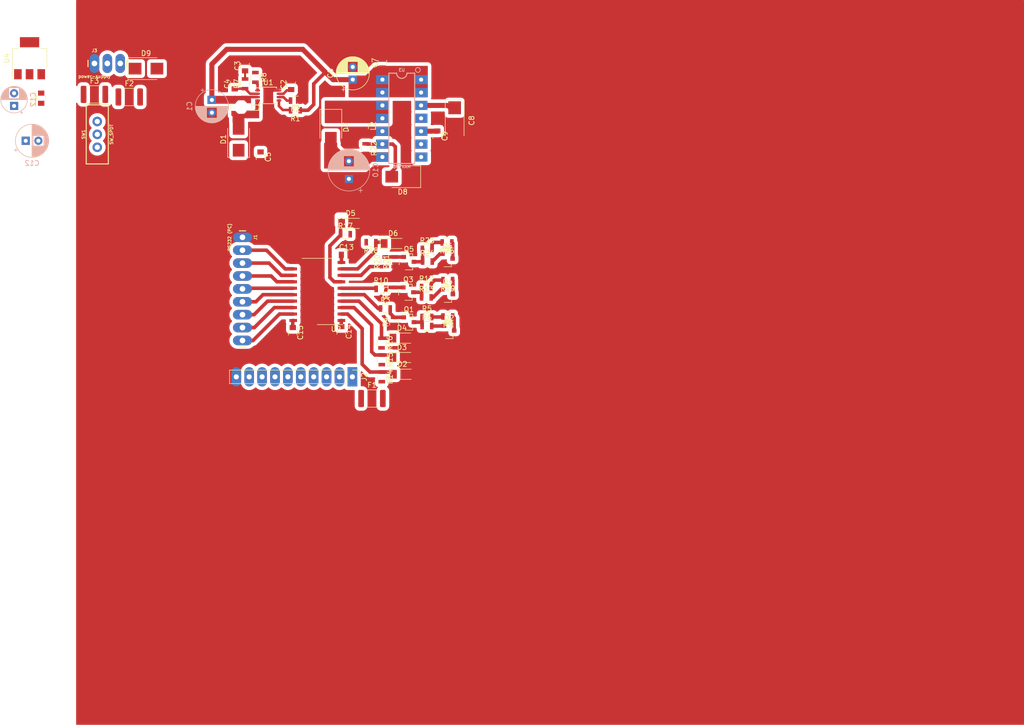
<source format=kicad_pcb>
(kicad_pcb (version 20171130) (host pcbnew "(5.1.5)-3")
  (layers (0 F.Cu signal) (31 B.Cu signal) (34 B.Paste user hide) (35 F.Paste user) (36 B.SilkS user) (37 F.SilkS user) (38 B.Mask user hide) (39 F.Mask user hide) (44 Edge.Cuts user))
  (net 0 "")
  (net 1 +5V)
  (net 2 GND)
  (net 3 "Net-(C2-Pad1)")
  (net 4 "Net-(C3-Pad1)")
  (net 5 "Net-(C4-Pad1)")
  (net 6 +12V)
  (net 7 "Net-(C8-Pad1)")
  (net 8 "Net-(C9-Pad1)")
  (net 9 +3V3)
  (net 10 -12V)
  (net 11 "Net-(D1-Pad2)")
  (net 12 "Net-(D2-Pad1)")
  (net 13 "Net-(D3-Pad1)")
  (net 14 "Net-(D4-Pad1)")
  (net 15 "Net-(D5-Pad1)")
  (net 16 "Net-(D6-Pad1)")
  (net 17 "Net-(D7-Pad1)")
  (net 18 "Net-(D8-Pad2)")
  (net 19 "Net-(D9-Pad2)")
  (net 20 VCC)
  (net 21 "Net-(F1-Pad1)")
  (net 22 "Net-(F2-Pad2)")
  (net 23 "Net-(F3-Pad2)")
  (net 24 /DCD)
  (net 25 /RX)
  (net 26 /DSR)
  (net 27 /CTS)
  (net 28 /RI)
  (net 29 /TX)
  (net 30 /DTR)
  (net 31 /RTS)
  (net 32 /RTS_UC)
  (net 33 /TX_UC)
  (net 34 /RI_UC)
  (net 35 /DTR_UC)
  (net 36 /DSR_UC)
  (net 37 /DCD_UC)
  (net 38 /CTS_UC)
  (net 39 /RX_UC)
  (net 40 "Net-(Q1-Pad1)")
  (net 41 "Net-(Q1-Pad3)")
  (net 42 "Net-(Q2-Pad1)")
  (net 43 "Net-(Q3-Pad1)")
  (net 44 "Net-(Q3-Pad3)")
  (net 45 "Net-(Q4-Pad1)")
  (net 46 "Net-(Q5-Pad1)")
  (net 47 "Net-(Q5-Pad3)")
  (net 48 "Net-(Q6-Pad1)")
  (net 49 "Net-(R1-Pad2)")
  (net 50 "Net-(R2-Pad2)")
  (net 51 /TX_L)
  (net 52 "Net-(R8-Pad2)")
  (net 53 /DTR_L)
  (net 54 /RTS_L)
  (net 55 "Net-(U3-Pad7)")
  (module Capacitor_THT:CP_Radial_D6.3mm_P2.50mm (layer B.Cu) (at 67.0306 55.9181)
    (fp_text reference C12 (at 1.25 4.4) (layer B.SilkS) (effects (justify mirror)))
    (fp_text value 100u/6V3)
    (pad 2 thru_hole circle (at 2.5 0) (size 1.6 1.6) (drill 0.8) (layers *.Cu *.Mask) (net 2 GND))
    (pad 1 thru_hole rect (at 0 0) (size 1.6 1.6) (drill 0.8) (layers *.Cu *.Mask) (net 9 +3V3))
  )
  (module Capacitor_THT:CP_Radial_D8.0mm_P3.50mm (layer B.Cu) (at 130.683 63.4365 90)
    (fp_text reference C10 (at 1.75 5.25 90) (layer B.SilkS) (effects (justify mirror)))
    (fp_text value 270u/16V)
    (pad 2 thru_hole circle (at 3.5 0 90) (size 1.6 1.6) (drill 0.8) (layers *.Cu *.Mask) (net 10 -12V))
    (pad 1 thru_hole rect (at 0 0 90) (size 1.6 1.6) (drill 0.8) (layers *.Cu *.Mask) (net 2 GND))
  )
  (module Capacitors_SMD:C_0805 (layer F.Cu) (at 137.287 40.5765 90)
    (fp_text reference C7 (at 0 -1.5 -90) (layer F.SilkS))
    (fp_text value 100n)
    (pad 1 smd rect (at -1 0 90) (size 1 1.25) (layers F.Cu F.Paste F.Mask) (net 1 +5V))
    (pad 2 smd rect (at 1 0 90) (size 1 1.25) (layers F.Cu F.Paste F.Mask) (net 2 GND))
  )
  (module Capacitor_THT:CP_Radial_D6.3mm_P2.50mm (layer F.Cu) (at 131.445 43.8785 90)
    (fp_text reference C6 (at 1.25 -4.4 90) (layer F.SilkS))
    (fp_text value 100u/6V3)
    (pad 2 thru_hole circle (at 2.5 0 90) (size 1.6 1.6) (drill 0.8) (layers *.Cu *.Mask) (net 2 GND))
    (pad 1 thru_hole rect (at 0 0 90) (size 1.6 1.6) (drill 0.8) (layers *.Cu *.Mask) (net 1 +5V))
  )
  (module Capacitor_THT:CP_Radial_D6.3mm_P2.50mm (layer B.Cu) (at 103.6955 47.879 270)
    (fp_text reference C1 (at 1.25 4.4 270) (layer B.SilkS) (effects (justify mirror)))
    (fp_text value 100u/6V3)
    (pad 2 thru_hole circle (at 2.5 0 270) (size 1.6 1.6) (drill 0.8) (layers *.Cu *.Mask) (net 2 GND))
    (pad 1 thru_hole rect (at 0 0 270) (size 1.6 1.6) (drill 0.8) (layers *.Cu *.Mask) (net 1 +5V))
  )
  (module TO_SOT_Packages_SMD:SOT-223 (layer F.Cu) (at 67.7926 39.6621 90)
    (fp_text reference U4 (at 0 -4.5 90) (layer F.SilkS))
    (fp_text value AP1117-33)
    (pad 4 smd rect (at 3.15 0 90) (size 2 3.8) (layers F.Cu F.Paste F.Mask))
    (pad 2 smd rect (at -3.15 0 90) (size 2 1.5) (layers F.Cu F.Paste F.Mask) (net 9 +3V3))
    (pad 3 smd rect (at -3.15 2.3 90) (size 2 1.5) (layers F.Cu F.Paste F.Mask) (net 1 +5V))
    (pad 1 smd rect (at -3.15 -2.3 90) (size 2 1.5) (layers F.Cu F.Paste F.Mask) (net 2 GND))
  )
  (module Silicon-Standard:DIP14 (layer B.Cu) (at 141.097 51.4985 270)
    (fp_text reference U3 (at -9.525 0) (layer B.SilkS) (effects (font (size 0.6096 0.6096) (thickness 0.127)) (justify mirror)))
    (fp_text value MAX736 (at 9.525 0) (layer B.SilkS) (effects (font (size 0.6096 0.6096) (thickness 0.127)) (justify mirror)))
    (pad 14 thru_hole rect (at -7.62 3.81 270) (size 1.8 2.5) (drill 0.8128) (layers *.Cu *.Mask) (net 1 +5V))
    (pad 13 thru_hole rect (at -5.08 3.81 270) (size 1.8 2.5) (drill 0.8128) (layers *.Cu *.Mask) (net 1 +5V))
    (pad 12 thru_hole rect (at -2.54 3.81 270) (size 1.8 2.5) (drill 0.8128) (layers *.Cu *.Mask) (net 17 "Net-(D7-Pad1)"))
    (pad 11 thru_hole rect (at 0 3.81 270) (size 1.8 2.5) (drill 0.8128) (layers *.Cu *.Mask) (net 17 "Net-(D7-Pad1)"))
    (pad 10 thru_hole rect (at 2.54 3.81 270) (size 1.8 2.5) (drill 0.8128) (layers *.Cu *.Mask) (net 2 GND))
    (pad 9 thru_hole rect (at 5.08 3.81 270) (size 1.8 2.5) (drill 0.8128) (layers *.Cu *.Mask) (net 18 "Net-(D8-Pad2)"))
    (pad 8 thru_hole rect (at 7.62 3.81 270) (size 1.8 2.5) (drill 0.8128) (layers *.Cu *.Mask) (net 10 -12V))
    (pad 7 thru_hole rect (at 7.62 -3.81 270) (size 1.8 2.5) (drill 0.8128) (layers *.Cu *.Mask) (net 55 "Net-(U3-Pad7)"))
    (pad 6 thru_hole rect (at 5.08 -3.81 270) (size 1.8 2.5) (drill 0.8128) (layers *.Cu *.Mask))
    (pad 5 thru_hole rect (at 2.54 -3.81 270) (size 1.8 2.5) (drill 0.8128) (layers *.Cu *.Mask) (net 8 "Net-(C9-Pad1)"))
    (pad 4 thru_hole rect (at 0 -3.81 270) (size 1.8 2.5) (drill 0.8128) (layers *.Cu *.Mask))
    (pad 3 thru_hole rect (at -2.54 -3.81 270) (size 1.8 2.5) (drill 0.8128) (layers *.Cu *.Mask) (net 7 "Net-(C8-Pad1)"))
    (pad 2 thru_hole rect (at -5.08 -3.81 270) (size 1.8 2.5) (drill 0.8128) (layers *.Cu *.Mask) (net 1 +5V))
    (pad 1 thru_hole rect (at -7.62 -3.81 270) (size 1.8 2.5) (drill 0.8128) (layers *.Cu *.Mask) (net 1 +5V))
  )
  (module Housings_SOIC:SO-20_12.8x7.5mm_Pitch1.27mm (layer F.Cu) (at 124.46 85.598 180)
    (fp_text reference U2 (at -3.69 -7.42) (layer F.SilkS))
    (fp_text value ST75185)
    (pad 6 smd rect (at -4.75 0.635 180) (size 1.5 0.6) (layers F.Cu F.Paste F.Mask) (net 53 /DTR_L))
    (pad 5 smd rect (at -4.75 -0.635 180) (size 1.5 0.6) (layers F.Cu F.Paste F.Mask) (net 51 /TX_L))
    (pad 4 smd rect (at -4.75 -1.905 180) (size 1.5 0.6) (layers F.Cu F.Paste F.Mask) (net 14 "Net-(D4-Pad1)"))
    (pad 3 smd rect (at -4.75 -3.175 180) (size 1.5 0.6) (layers F.Cu F.Paste F.Mask) (net 13 "Net-(D3-Pad1)"))
    (pad 2 smd rect (at -4.75 -4.445 180) (size 1.5 0.6) (layers F.Cu F.Paste F.Mask) (net 12 "Net-(D2-Pad1)"))
    (pad 1 smd rect (at -4.75 -5.715 180) (size 1.5 0.6) (layers F.Cu F.Paste F.Mask) (net 6 +12V))
    (pad 7 smd rect (at -4.75 1.905 180) (size 1.5 0.6) (layers F.Cu F.Paste F.Mask) (net 15 "Net-(D5-Pad1)"))
    (pad 8 smd rect (at -4.75 3.175 180) (size 1.5 0.6) (layers F.Cu F.Paste F.Mask) (net 54 /RTS_L))
    (pad 9 smd rect (at -4.75 4.445 180) (size 1.5 0.6) (layers F.Cu F.Paste F.Mask) (net 16 "Net-(D6-Pad1)"))
    (pad 10 smd rect (at -4.75 5.715 180) (size 1.5 0.6) (layers F.Cu F.Paste F.Mask) (net 10 -12V))
    (pad 11 smd rect (at 4.75 5.715 180) (size 1.5 0.6) (layers F.Cu F.Paste F.Mask) (net 2 GND))
    (pad 12 smd rect (at 4.75 4.445 180) (size 1.5 0.6) (layers F.Cu F.Paste F.Mask) (net 28 /RI))
    (pad 13 smd rect (at 4.75 3.175 180) (size 1.5 0.6) (layers F.Cu F.Paste F.Mask) (net 31 /RTS))
    (pad 14 smd rect (at 4.75 1.905 180) (size 1.5 0.6) (layers F.Cu F.Paste F.Mask) (net 27 /CTS))
    (pad 15 smd rect (at 4.75 0.635 180) (size 1.5 0.6) (layers F.Cu F.Paste F.Mask) (net 30 /DTR))
    (pad 16 smd rect (at 4.75 -0.635 180) (size 1.5 0.6) (layers F.Cu F.Paste F.Mask) (net 29 /TX))
    (pad 17 smd rect (at 4.75 -1.905 180) (size 1.5 0.6) (layers F.Cu F.Paste F.Mask) (net 26 /DSR))
    (pad 18 smd rect (at 4.75 -3.175 180) (size 1.5 0.6) (layers F.Cu F.Paste F.Mask) (net 25 /RX))
    (pad 19 smd rect (at 4.75 -4.445 180) (size 1.5 0.6) (layers F.Cu F.Paste F.Mask) (net 24 /DCD))
    (pad 20 smd rect (at 4.75 -5.715 180) (size 1.5 0.6) (layers F.Cu F.Paste F.Mask) (net 1 +5V))
  )
  (module Housings_SSOP:MSOP-8-1EP_3x3mm_Pitch0.65mm (layer F.Cu) (at 114.808 46.99)
    (fp_text reference U1 (at 0 -2.55) (layer F.SilkS))
    (fp_text value LT8570)
    (pad 1 smd rect (at -2.105 -0.975) (size 0.89 0.42) (layers F.Cu F.Paste F.Mask) (net 52 "Net-(R8-Pad2)"))
    (pad 2 smd rect (at -2.105 -0.325) (size 0.89 0.42) (layers F.Cu F.Paste F.Mask) (net 5 "Net-(C4-Pad1)"))
    (pad 3 smd rect (at -2.105 0.325) (size 0.89 0.42) (layers F.Cu F.Paste F.Mask) (net 1 +5V))
    (pad 4 smd rect (at -2.105 0.975) (size 0.89 0.42) (layers F.Cu F.Paste F.Mask) (net 11 "Net-(D1-Pad2)"))
    (pad 5 smd rect (at 2.105 0.975) (size 0.89 0.42) (layers F.Cu F.Paste F.Mask) (net 49 "Net-(R1-Pad2)"))
    (pad 6 smd rect (at 2.105 0.325) (size 0.89 0.42) (layers F.Cu F.Paste F.Mask) (net 50 "Net-(R2-Pad2)"))
    (pad 7 smd rect (at 2.105 -0.325) (size 0.89 0.42) (layers F.Cu F.Paste F.Mask) (net 3 "Net-(C2-Pad1)"))
    (pad 8 smd rect (at 2.105 -0.975) (size 0.89 0.42) (layers F.Cu F.Paste F.Mask) (net 2 GND))
    (pad 9 smd rect (at 0.42 0.47) (size 0.84 0.94) (layers F.Cu F.Paste F.Mask) (net 2 GND))
    (pad 9 smd rect (at 0.42 -0.47) (size 0.84 0.94) (layers F.Cu F.Paste F.Mask) (net 2 GND))
    (pad 9 smd rect (at -0.42 0.47) (size 0.84 0.94) (layers F.Cu F.Paste F.Mask) (net 2 GND))
    (pad 9 smd rect (at -0.42 -0.47) (size 0.84 0.94) (layers F.Cu F.Paste F.Mask) (net 2 GND))
  )
  (module Switches:SWITCH_SPDT_PTH_11.6X4.0MM (layer F.Cu) (at 81.1276 54.6608)
    (fp_text reference SW1 (at -2.7178 0 90) (layer F.SilkS) (effects (font (size 0.6096 0.6096) (thickness 0.127))))
    (fp_text value SW_SPDT (at 2.794 0 90) (layer F.SilkS) (effects (font (size 0.6096 0.6096) (thickness 0.127))))
    (pad 3 thru_hole circle (at 0 2.54) (size 1.8796 1.8796) (drill 1.016) (layers *.Cu *.Mask) (net 1 +5V))
    (pad 2 thru_hole circle (at 0 0) (size 1.8796 1.8796) (drill 1.016) (layers *.Cu *.Mask) (net 20 VCC))
    (pad 1 thru_hole circle (at 0 -2.54) (size 1.8796 1.8796) (drill 1.016) (layers *.Cu *.Mask) (net 9 +3V3))
  )
  (module Resistors_SMD:R_0805 (layer F.Cu) (at 150.0124 75.946 180)
    (fp_text reference R25 (at 0 -1.65) (layer F.SilkS))
    (fp_text value 510R)
    (pad 1 smd rect (at -0.95 0 180) (size 0.7 1.3) (layers F.Cu F.Paste F.Mask) (net 32 /RTS_UC))
    (pad 2 smd rect (at 0.95 0 180) (size 0.7 1.3) (layers F.Cu F.Paste F.Mask) (net 20 VCC))
  )
  (module Resistors_SMD:R_0805 (layer F.Cu) (at 146.1516 79.7052)
    (fp_text reference R24 (at 0 -1.65) (layer F.SilkS))
    (fp_text value 2k2)
    (pad 1 smd rect (at -0.95 0) (size 0.7 1.3) (layers F.Cu F.Paste F.Mask) (net 47 "Net-(Q5-Pad3)"))
    (pad 2 smd rect (at 0.95 0) (size 0.7 1.3) (layers F.Cu F.Paste F.Mask) (net 48 "Net-(Q6-Pad1)"))
  )
  (module Resistors_SMD:R_0805 (layer F.Cu) (at 146.1008 77.216)
    (fp_text reference R23 (at 0 -1.65) (layer F.SilkS))
    (fp_text value 10k)
    (pad 1 smd rect (at -0.95 0) (size 0.7 1.3) (layers F.Cu F.Paste F.Mask) (net 47 "Net-(Q5-Pad3)"))
    (pad 2 smd rect (at 0.95 0) (size 0.7 1.3) (layers F.Cu F.Paste F.Mask) (net 20 VCC))
  )
  (module Resistors_SMD:R_0805 (layer F.Cu) (at 133.985 57.4675 270)
    (fp_text reference R22 (at 0 -1.65 90) (layer F.SilkS))
    (fp_text value 10k)
    (pad 1 smd rect (at -0.95 0 270) (size 0.7 1.3) (layers F.Cu F.Paste F.Mask) (net 18 "Net-(D8-Pad2)"))
    (pad 2 smd rect (at 0.95 0 270) (size 0.7 1.3) (layers F.Cu F.Paste F.Mask) (net 10 -12V))
  )
  (module Resistors_SMD:R_0805 (layer F.Cu) (at 139.7 79.756 90)
    (fp_text reference R21 (at 0 -1.65 90) (layer F.SilkS))
    (fp_text value 10k)
    (pad 1 smd rect (at -0.95 0 90) (size 0.7 1.3) (layers F.Cu F.Paste F.Mask) (net 2 GND))
    (pad 2 smd rect (at 0.95 0 90) (size 0.7 1.3) (layers F.Cu F.Paste F.Mask) (net 46 "Net-(Q5-Pad1)"))
  )
  (module Resistors_SMD:R_0805 (layer F.Cu) (at 137.922 79.756 90)
    (fp_text reference R20 (at 0 -1.65 90) (layer F.SilkS))
    (fp_text value 4k7)
    (pad 1 smd rect (at -0.95 0 90) (size 0.7 1.3) (layers F.Cu F.Paste F.Mask) (net 54 /RTS_L))
    (pad 2 smd rect (at 0.95 0 90) (size 0.7 1.3) (layers F.Cu F.Paste F.Mask) (net 46 "Net-(Q5-Pad1)"))
  )
  (module Resistors_SMD:R_0805 (layer F.Cu) (at 150.1648 83.3628 180)
    (fp_text reference R19 (at 0 -1.65) (layer F.SilkS))
    (fp_text value 510R)
    (pad 1 smd rect (at -0.95 0 180) (size 0.7 1.3) (layers F.Cu F.Paste F.Mask) (net 35 /DTR_UC))
    (pad 2 smd rect (at 0.95 0 180) (size 0.7 1.3) (layers F.Cu F.Paste F.Mask) (net 20 VCC))
  )
  (module Resistors_SMD:R_0805 (layer F.Cu) (at 135.0416 75.8952 180)
    (fp_text reference R18 (at 0 -1.65) (layer F.SilkS))
    (fp_text value 330R)
    (pad 1 smd rect (at -0.95 0 180) (size 0.7 1.3) (layers F.Cu F.Paste F.Mask) (net 16 "Net-(D6-Pad1)"))
    (pad 2 smd rect (at 0.95 0 180) (size 0.7 1.3) (layers F.Cu F.Paste F.Mask) (net 34 /RI_UC))
  )
  (module Resistors_SMD:R_0805 (layer F.Cu) (at 129.9972 74.3204)
    (fp_text reference R17 (at 0 -1.65) (layer F.SilkS))
    (fp_text value 330R)
    (pad 1 smd rect (at -0.95 0) (size 0.7 1.3) (layers F.Cu F.Paste F.Mask) (net 15 "Net-(D5-Pad1)"))
    (pad 2 smd rect (at 0.95 0) (size 0.7 1.3) (layers F.Cu F.Paste F.Mask) (net 38 /CTS_UC))
  )
  (module Resistors_SMD:R_0805 (layer F.Cu) (at 137.1092 95.758 270)
    (fp_text reference R16 (at 0 -1.65 90) (layer F.SilkS))
    (fp_text value 330R)
    (pad 1 smd rect (at -0.95 0 270) (size 0.7 1.3) (layers F.Cu F.Paste F.Mask) (net 14 "Net-(D4-Pad1)"))
    (pad 2 smd rect (at 0.95 0 270) (size 0.7 1.3) (layers F.Cu F.Paste F.Mask) (net 36 /DSR_UC))
  )
  (module Resistors_SMD:R_0805 (layer F.Cu) (at 137.16 99.06 270)
    (fp_text reference R15 (at 0 -1.65 90) (layer F.SilkS))
    (fp_text value 330R)
    (pad 1 smd rect (at -0.95 0 270) (size 0.7 1.3) (layers F.Cu F.Paste F.Mask) (net 13 "Net-(D3-Pad1)"))
    (pad 2 smd rect (at 0.95 0 270) (size 0.7 1.3) (layers F.Cu F.Paste F.Mask) (net 39 /RX_UC))
  )
  (module Resistors_SMD:R_0805 (layer F.Cu) (at 137.16 102.4128 270)
    (fp_text reference R14 (at 0 -1.65 90) (layer F.SilkS))
    (fp_text value 330R)
    (pad 1 smd rect (at -0.95 0 270) (size 0.7 1.3) (layers F.Cu F.Paste F.Mask) (net 12 "Net-(D2-Pad1)"))
    (pad 2 smd rect (at 0.95 0 270) (size 0.7 1.3) (layers F.Cu F.Paste F.Mask) (net 37 /DCD_UC))
  )
  (module Resistors_SMD:R_0805 (layer F.Cu) (at 145.9484 86.7664)
    (fp_text reference R13 (at 0 -1.65) (layer F.SilkS))
    (fp_text value 2k2)
    (pad 1 smd rect (at -0.95 0) (size 0.7 1.3) (layers F.Cu F.Paste F.Mask) (net 44 "Net-(Q3-Pad3)"))
    (pad 2 smd rect (at 0.95 0) (size 0.7 1.3) (layers F.Cu F.Paste F.Mask) (net 45 "Net-(Q4-Pad1)"))
  )
  (module Resistors_SMD:R_0805 (layer F.Cu) (at 145.9484 84.7344)
    (fp_text reference R12 (at 0 -1.65) (layer F.SilkS))
    (fp_text value 10k)
    (pad 1 smd rect (at -0.95 0) (size 0.7 1.3) (layers F.Cu F.Paste F.Mask) (net 44 "Net-(Q3-Pad3)"))
    (pad 2 smd rect (at 0.95 0) (size 0.7 1.3) (layers F.Cu F.Paste F.Mask) (net 20 VCC))
  )
  (module Resistors_SMD:R_0805 (layer F.Cu) (at 139.5984 85.7504 90)
    (fp_text reference R11 (at 0 -1.65 90) (layer F.SilkS))
    (fp_text value 10k)
    (pad 1 smd rect (at -0.95 0 90) (size 0.7 1.3) (layers F.Cu F.Paste F.Mask) (net 2 GND))
    (pad 2 smd rect (at 0.95 0 90) (size 0.7 1.3) (layers F.Cu F.Paste F.Mask) (net 43 "Net-(Q3-Pad1)"))
  )
  (module Resistors_SMD:R_0805 (layer F.Cu) (at 137.0076 85.09)
    (fp_text reference R10 (at 0 -1.65) (layer F.SilkS))
    (fp_text value 4k7)
    (pad 1 smd rect (at -0.95 0) (size 0.7 1.3) (layers F.Cu F.Paste F.Mask) (net 53 /DTR_L))
    (pad 2 smd rect (at 0.95 0) (size 0.7 1.3) (layers F.Cu F.Paste F.Mask) (net 43 "Net-(Q3-Pad1)"))
  )
  (module Resistors_SMD:R_0805 (layer F.Cu) (at 150.1648 90.5256 180)
    (fp_text reference R9 (at 0 -1.65) (layer F.SilkS))
    (fp_text value 510R)
    (pad 1 smd rect (at -0.95 0 180) (size 0.7 1.3) (layers F.Cu F.Paste F.Mask) (net 33 /TX_UC))
    (pad 2 smd rect (at 0.95 0 180) (size 0.7 1.3) (layers F.Cu F.Paste F.Mask) (net 20 VCC))
  )
  (module Resistors_SMD:R_0805 (layer F.Cu) (at 112.268 43.434 270)
    (fp_text reference R8 (at 0 -1.65 90) (layer F.SilkS))
    (fp_text value 130k)
    (pad 1 smd rect (at -0.95 0 270) (size 0.7 1.3) (layers F.Cu F.Paste F.Mask) (net 6 +12V))
    (pad 2 smd rect (at 0.95 0 270) (size 0.7 1.3) (layers F.Cu F.Paste F.Mask) (net 52 "Net-(R8-Pad2)"))
  )
  (module Resistors_SMD:R_0805 (layer F.Cu) (at 110.236 44.704 90)
    (fp_text reference R7 (at 0 -1.65 90) (layer F.SilkS))
    (fp_text value 6.2k)
    (pad 1 smd rect (at -0.95 0 90) (size 0.7 1.3) (layers F.Cu F.Paste F.Mask) (net 5 "Net-(C4-Pad1)"))
    (pad 2 smd rect (at 0.95 0 90) (size 0.7 1.3) (layers F.Cu F.Paste F.Mask) (net 4 "Net-(C3-Pad1)"))
  )
  (module Resistors_SMD:R_0805 (layer F.Cu) (at 146.05 92.4052)
    (fp_text reference R6 (at 0 -1.65) (layer F.SilkS))
    (fp_text value 2k2)
    (pad 1 smd rect (at -0.95 0) (size 0.7 1.3) (layers F.Cu F.Paste F.Mask) (net 41 "Net-(Q1-Pad3)"))
    (pad 2 smd rect (at 0.95 0) (size 0.7 1.3) (layers F.Cu F.Paste F.Mask) (net 42 "Net-(Q2-Pad1)"))
  )
  (module Resistors_SMD:R_0805 (layer F.Cu) (at 146.05 90.6272)
    (fp_text reference R5 (at 0 -1.65) (layer F.SilkS))
    (fp_text value 10k)
    (pad 1 smd rect (at -0.95 0) (size 0.7 1.3) (layers F.Cu F.Paste F.Mask) (net 41 "Net-(Q1-Pad3)"))
    (pad 2 smd rect (at 0.95 0) (size 0.7 1.3) (layers F.Cu F.Paste F.Mask) (net 20 VCC))
  )
  (module Resistors_SMD:R_0805 (layer F.Cu) (at 139.5984 91.6432 90)
    (fp_text reference R4 (at 0 -1.65 90) (layer F.SilkS))
    (fp_text value 10k)
    (pad 1 smd rect (at -0.95 0 90) (size 0.7 1.3) (layers F.Cu F.Paste F.Mask) (net 2 GND))
    (pad 2 smd rect (at 0.95 0 90) (size 0.7 1.3) (layers F.Cu F.Paste F.Mask) (net 40 "Net-(Q1-Pad1)"))
  )
  (module Resistors_SMD:R_0805 (layer F.Cu) (at 137.8712 88.9508)
    (fp_text reference R3 (at 0 -1.65) (layer F.SilkS))
    (fp_text value 4k7)
    (pad 1 smd rect (at -0.95 0) (size 0.7 1.3) (layers F.Cu F.Paste F.Mask) (net 51 /TX_L))
    (pad 2 smd rect (at 0.95 0) (size 0.7 1.3) (layers F.Cu F.Paste F.Mask) (net 40 "Net-(Q1-Pad1)"))
  )
  (module Resistors_SMD:R_0805 (layer F.Cu) (at 120.142 48.006 180)
    (fp_text reference R2 (at 0 -1.65) (layer F.SilkS))
    (fp_text value 56k)
    (pad 1 smd rect (at -0.95 0 180) (size 0.7 1.3) (layers F.Cu F.Paste F.Mask) (net 2 GND))
    (pad 2 smd rect (at 0.95 0 180) (size 0.7 1.3) (layers F.Cu F.Paste F.Mask) (net 50 "Net-(R2-Pad2)"))
  )
  (module Resistors_SMD:R_0805 (layer F.Cu) (at 120.142 49.911 180)
    (fp_text reference R1 (at 0 -1.65) (layer F.SilkS))
    (fp_text value 10k)
    (pad 1 smd rect (at -0.95 0 180) (size 0.7 1.3) (layers F.Cu F.Paste F.Mask) (net 1 +5V))
    (pad 2 smd rect (at 0.95 0 180) (size 0.7 1.3) (layers F.Cu F.Paste F.Mask) (net 49 "Net-(R1-Pad2)"))
  )
  (module TO_SOT_Packages_SMD:SOT-23 (layer F.Cu) (at 150.114 79.1464)
    (fp_text reference Q6 (at 0 -2.5) (layer F.SilkS))
    (fp_text value BC817)
    (pad 1 smd rect (at -1 -0.95) (size 0.9 0.8) (layers F.Cu F.Paste F.Mask) (net 48 "Net-(Q6-Pad1)"))
    (pad 2 smd rect (at -1 0.95) (size 0.9 0.8) (layers F.Cu F.Paste F.Mask) (net 2 GND))
    (pad 3 smd rect (at 1 0) (size 0.9 0.8) (layers F.Cu F.Paste F.Mask) (net 32 /RTS_UC))
  )
  (module TO_SOT_Packages_SMD:SOT-23 (layer F.Cu) (at 142.494 79.756)
    (fp_text reference Q5 (at 0 -2.5) (layer F.SilkS))
    (fp_text value BC817)
    (pad 1 smd rect (at -1 -0.95) (size 0.9 0.8) (layers F.Cu F.Paste F.Mask) (net 46 "Net-(Q5-Pad1)"))
    (pad 2 smd rect (at -1 0.95) (size 0.9 0.8) (layers F.Cu F.Paste F.Mask) (net 2 GND))
    (pad 3 smd rect (at 1 0) (size 0.9 0.8) (layers F.Cu F.Paste F.Mask) (net 47 "Net-(Q5-Pad3)"))
  )
  (module TO_SOT_Packages_SMD:SOT-23 (layer F.Cu) (at 150.1648 86.1568)
    (fp_text reference Q4 (at 0 -2.5) (layer F.SilkS))
    (fp_text value BC817)
    (pad 1 smd rect (at -1 -0.95) (size 0.9 0.8) (layers F.Cu F.Paste F.Mask) (net 45 "Net-(Q4-Pad1)"))
    (pad 2 smd rect (at -1 0.95) (size 0.9 0.8) (layers F.Cu F.Paste F.Mask) (net 2 GND))
    (pad 3 smd rect (at 1 0) (size 0.9 0.8) (layers F.Cu F.Paste F.Mask) (net 35 /DTR_UC))
  )
  (module TO_SOT_Packages_SMD:SOT-23 (layer F.Cu) (at 142.3924 85.7504)
    (fp_text reference Q3 (at 0 -2.5) (layer F.SilkS))
    (fp_text value BC817)
    (pad 1 smd rect (at -1 -0.95) (size 0.9 0.8) (layers F.Cu F.Paste F.Mask) (net 43 "Net-(Q3-Pad1)"))
    (pad 2 smd rect (at -1 0.95) (size 0.9 0.8) (layers F.Cu F.Paste F.Mask) (net 2 GND))
    (pad 3 smd rect (at 1 0) (size 0.9 0.8) (layers F.Cu F.Paste F.Mask) (net 44 "Net-(Q3-Pad3)"))
  )
  (module TO_SOT_Packages_SMD:SOT-23 (layer F.Cu) (at 150.4188 93.3196)
    (fp_text reference Q2 (at 0 -2.5) (layer F.SilkS))
    (fp_text value BC817)
    (pad 1 smd rect (at -1 -0.95) (size 0.9 0.8) (layers F.Cu F.Paste F.Mask) (net 42 "Net-(Q2-Pad1)"))
    (pad 2 smd rect (at -1 0.95) (size 0.9 0.8) (layers F.Cu F.Paste F.Mask) (net 2 GND))
    (pad 3 smd rect (at 1 0) (size 0.9 0.8) (layers F.Cu F.Paste F.Mask) (net 33 /TX_UC))
  )
  (module TO_SOT_Packages_SMD:SOT-23 (layer F.Cu) (at 142.494 91.6432)
    (fp_text reference Q1 (at 0 -2.5) (layer F.SilkS))
    (fp_text value BC817)
    (pad 1 smd rect (at -1 -0.95) (size 0.9 0.8) (layers F.Cu F.Paste F.Mask) (net 40 "Net-(Q1-Pad1)"))
    (pad 2 smd rect (at -1 0.95) (size 0.9 0.8) (layers F.Cu F.Paste F.Mask) (net 2 GND))
    (pad 3 smd rect (at 1 0) (size 0.9 0.8) (layers F.Cu F.Paste F.Mask) (net 41 "Net-(Q1-Pad3)"))
  )
  (module Inductor_SMD:L_Coilcraft_LPS4018 (layer F.Cu) (at 132.461 53.0225 270)
    (fp_text reference L2 (at 0 -3 90) (layer F.SilkS))
    (fp_text value "LPS4018-103 (10uH)")
    (pad 1 smd custom (at -1.765 0 270) (size 0.87 2.79) (layers F.Cu F.Paste F.Mask) (net 17 "Net-(D7-Pad1)") (options (clearance outline) (anchor rect)) (primitives (gr_poly (pts (xy -0.435 -1.395) (xy 0.125 -1.945) (xy 1.015 -1.945) (xy 1.015 -1.17) (xy 0.435 -0.575) (xy 0.435 0.575) (xy 1.015 1.17) (xy 1.015 1.945) (xy 0.125 1.945) (xy -0.435 1.395)) (width 0))))
    (pad 2 smd custom (at 1.765 0 270) (size 0.87 2.79) (layers F.Cu F.Paste F.Mask) (net 2 GND) (options (clearance outline) (anchor rect)) (primitives (gr_poly (pts (xy 0.435 -1.395) (xy -0.125 -1.945) (xy -1.015 -1.945) (xy -1.015 -1.17) (xy -0.435 -0.575) (xy -0.435 0.575) (xy -1.015 1.17) (xy -1.015 1.945) (xy -0.125 1.945) (xy 0.435 1.395)) (width 0))))
  )
  (module Inductor_SMD:L_Coilcraft_LPS4018 (layer F.Cu) (at 109.474 49.276 270)
    (fp_text reference L1 (at 0 -3 90) (layer F.SilkS))
    (fp_text value "LPS4018-223 (22uH)")
    (pad 1 smd custom (at -1.765 0 270) (size 0.87 2.79) (layers F.Cu F.Paste F.Mask) (net 1 +5V) (options (clearance outline) (anchor rect)) (primitives (gr_poly (pts (xy -0.435 -1.395) (xy 0.125 -1.945) (xy 1.015 -1.945) (xy 1.015 -1.17) (xy 0.435 -0.575) (xy 0.435 0.575) (xy 1.015 1.17) (xy 1.015 1.945) (xy 0.125 1.945) (xy -0.435 1.395)) (width 0))))
    (pad 2 smd custom (at 1.765 0 270) (size 0.87 2.79) (layers F.Cu F.Paste F.Mask) (net 11 "Net-(D1-Pad2)") (options (clearance outline) (anchor rect)) (primitives (gr_poly (pts (xy 0.435 -1.395) (xy -0.125 -1.945) (xy -1.015 -1.945) (xy -1.015 -1.17) (xy -0.435 -0.575) (xy -0.435 0.575) (xy -1.015 1.17) (xy -1.015 1.945) (xy -0.125 1.945) (xy 0.435 1.395)) (width 0))))
  )
  (module Connectors:1X03_LONGPADS (layer F.Cu) (at 80.5688 40.6908)
    (fp_text reference J3 (at 0 -2.54) (layer F.SilkS) (effects (font (size 0.6096 0.6096) (thickness 0.127))))
    (fp_text value power-supply (at 0 2.54) (layer F.SilkS) (effects (font (size 0.6096 0.6096) (thickness 0.127))))
    (pad 3 thru_hole oval (at 5.08 0 180) (size 1.8796 3.7592) (drill 1.1176) (layers *.Cu *.Mask) (net 22 "Net-(F2-Pad2)"))
    (pad 2 thru_hole oval (at 2.54 0 180) (size 1.8796 3.7592) (drill 1.1176) (layers *.Cu *.Mask) (net 23 "Net-(F3-Pad2)"))
    (pad 1 thru_hole oval (at 0 0 180) (size 1.8796 3.7592) (drill 1.1176) (layers *.Cu *.Mask) (net 2 GND))
  )
  (module Connector_PinHeader_2.54mm:PinHeader_1x10_P2.54mm_Vertical (layer F.Cu) (at 131.3688 102.4128 270)
    (fp_text reference J2 (at 0 -2.33 90) (layer F.SilkS))
    (fp_text value "TTL (uC)")
    (pad 10 thru_hole oval (at 0 22.86 270) (size 3.8 1.9) (drill 1) (layers *.Cu *.Mask) (net 2 GND))
    (pad 9 thru_hole oval (at 0 20.32 270) (size 3.8 1.9) (drill 1) (layers *.Cu *.Mask) (net 32 /RTS_UC))
    (pad 8 thru_hole oval (at 0 17.78 270) (size 3.8 1.9) (drill 1) (layers *.Cu *.Mask) (net 33 /TX_UC))
    (pad 7 thru_hole oval (at 0 15.24 270) (size 3.8 1.9) (drill 1) (layers *.Cu *.Mask) (net 34 /RI_UC))
    (pad 6 thru_hole oval (at 0 12.7 270) (size 3.8 1.9) (drill 1) (layers *.Cu *.Mask) (net 35 /DTR_UC))
    (pad 5 thru_hole oval (at 0 10.16 270) (size 3.8 1.9) (drill 1) (layers *.Cu *.Mask) (net 36 /DSR_UC))
    (pad 4 thru_hole oval (at 0 7.62 270) (size 3.8 1.9) (drill 1) (layers *.Cu *.Mask) (net 37 /DCD_UC))
    (pad 3 thru_hole oval (at 0 5.08 270) (size 3.8 1.9) (drill 1) (layers *.Cu *.Mask) (net 38 /CTS_UC))
    (pad 2 thru_hole oval (at 0 2.54 270) (size 3.8 1.9) (drill 1) (layers *.Cu *.Mask) (net 39 /RX_UC))
    (pad 1 thru_hole rect (at 0 0 270) (size 3.8 1.9) (drill 1) (layers *.Cu *.Mask) (net 21 "Net-(F1-Pad1)"))
  )
  (module Connectors:1X09_LONGPADS (layer F.Cu) (at 109.728 74.93 270)
    (fp_text reference J1 (at 0 -2.54 90) (layer F.SilkS) (effects (font (size 0.6096 0.6096) (thickness 0.127))))
    (fp_text value "RS232 (PC)" (at 0 2.54 90) (layer F.SilkS) (effects (font (size 0.6096 0.6096) (thickness 0.127))))
    (pad 9 thru_hole oval (at 20.32 0 90) (size 1.8796 3.7592) (drill 1.1176) (layers *.Cu *.Mask) (net 24 /DCD))
    (pad 8 thru_hole oval (at 17.78 0 90) (size 1.8796 3.7592) (drill 1.1176) (layers *.Cu *.Mask) (net 25 /RX))
    (pad 7 thru_hole oval (at 15.24 0 90) (size 1.8796 3.7592) (drill 1.1176) (layers *.Cu *.Mask) (net 26 /DSR))
    (pad 6 thru_hole oval (at 12.7 0 90) (size 1.8796 3.7592) (drill 1.1176) (layers *.Cu *.Mask) (net 29 /TX))
    (pad 5 thru_hole oval (at 10.16 0 90) (size 1.8796 3.7592) (drill 1.1176) (layers *.Cu *.Mask) (net 30 /DTR))
    (pad 4 thru_hole oval (at 7.62 0 90) (size 1.8796 3.7592) (drill 1.1176) (layers *.Cu *.Mask) (net 27 /CTS))
    (pad 3 thru_hole oval (at 5.08 0 90) (size 1.8796 3.7592) (drill 1.1176) (layers *.Cu *.Mask) (net 31 /RTS))
    (pad 2 thru_hole oval (at 2.54 0 90) (size 1.8796 3.7592) (drill 1.1176) (layers *.Cu *.Mask) (net 28 /RI))
    (pad 1 thru_hole oval (at 0 0 90) (size 1.8796 3.7592) (drill 1.1176) (layers *.Cu *.Mask) (net 2 GND))
  )
  (module Fuse:Fuse_1812_4532Metric (layer F.Cu) (at 80.5688 46.7868)
    (fp_text reference F3 (at 0 -2.65) (layer F.SilkS))
    (fp_text value "500mA (SD050-16 ECE)")
    (pad 2 smd roundrect (at 2.1375 0) (size 1.125 3.4) (layers F.Cu F.Paste F.Mask) (roundrect_rratio 0.222222) (net 23 "Net-(F3-Pad2)"))
    (pad 1 smd roundrect (at -2.1375 0) (size 1.125 3.4) (layers F.Cu F.Paste F.Mask) (roundrect_rratio 0.222222) (net 19 "Net-(D9-Pad2)"))
  )
  (module Fuse:Fuse_1812_4532Metric (layer F.Cu) (at 87.4268 47.2948)
    (fp_text reference F2 (at 0 -2.65) (layer F.SilkS))
    (fp_text value "500mA (SD050-16 ECE)")
    (pad 2 smd roundrect (at 2.1375 0) (size 1.125 3.4) (layers F.Cu F.Paste F.Mask) (roundrect_rratio 0.222222) (net 22 "Net-(F2-Pad2)"))
    (pad 1 smd roundrect (at -2.1375 0) (size 1.125 3.4) (layers F.Cu F.Paste F.Mask) (roundrect_rratio 0.222222) (net 19 "Net-(D9-Pad2)"))
  )
  (module Fuse:Fuse_1812_4532Metric (layer F.Cu) (at 135.2296 106.68)
    (fp_text reference F1 (at 0 -2.65) (layer F.SilkS))
    (fp_text value "500mA (SD050-16 ECE)")
    (pad 2 smd roundrect (at 2.1375 0) (size 1.125 3.4) (layers F.Cu F.Paste F.Mask) (roundrect_rratio 0.222222) (net 20 VCC))
    (pad 1 smd roundrect (at -2.1375 0) (size 1.125 3.4) (layers F.Cu F.Paste F.Mask) (roundrect_rratio 0.222222) (net 21 "Net-(F1-Pad1)"))
  )
  (module Diodes_SMD:D_SMB (layer F.Cu) (at 90.7288 41.7068)
    (fp_text reference D9 (at 0 -3) (layer F.SilkS))
    (fp_text value STPS1L30U)
    (pad 1 smd rect (at -2.15 0) (size 2.5 2.3) (layers F.Cu F.Paste F.Mask) (net 1 +5V))
    (pad 2 smd rect (at 2.15 0) (size 2.5 2.3) (layers F.Cu F.Paste F.Mask) (net 19 "Net-(D9-Pad2)"))
  )
  (module Diodes_SMD:D_SMB (layer F.Cu) (at 141.2748 62.992 180)
    (fp_text reference D8 (at 0 -3) (layer F.SilkS))
    (fp_text value STPS1L30U)
    (pad 1 smd rect (at -2.15 0 180) (size 2.5 2.3) (layers F.Cu F.Paste F.Mask) (net 2 GND))
    (pad 2 smd rect (at 2.15 0 180) (size 2.5 2.3) (layers F.Cu F.Paste F.Mask) (net 18 "Net-(D8-Pad2)"))
  )
  (module Diodes_SMD:D_SMB (layer F.Cu) (at 127.127 53.2765 270)
    (fp_text reference D7 (at 0 -3 90) (layer F.SilkS))
    (fp_text value STPS1L30U)
    (pad 1 smd rect (at -2.15 0 270) (size 2.5 2.3) (layers F.Cu F.Paste F.Mask) (net 17 "Net-(D7-Pad1)"))
    (pad 2 smd rect (at 2.15 0 270) (size 2.5 2.3) (layers F.Cu F.Paste F.Mask) (net 10 -12V))
  )
  (module Diodes_SMD:D_MiniMELF (layer F.Cu) (at 139.3952 76.1492)
    (fp_text reference D6 (at 0 -2) (layer F.SilkS))
    (fp_text value 5V1)
    (pad 1 smd rect (at -1.75 0) (size 1.3 1.7) (layers F.Cu F.Paste F.Mask) (net 16 "Net-(D6-Pad1)"))
    (pad 2 smd rect (at 1.75 0) (size 1.3 1.7) (layers F.Cu F.Paste F.Mask) (net 2 GND))
  )
  (module Diodes_SMD:D_MiniMELF (layer F.Cu) (at 131.0132 72.1868)
    (fp_text reference D5 (at 0 -2) (layer F.SilkS))
    (fp_text value 5V1)
    (pad 1 smd rect (at -1.75 0) (size 1.3 1.7) (layers F.Cu F.Paste F.Mask) (net 15 "Net-(D5-Pad1)"))
    (pad 2 smd rect (at 1.75 0) (size 1.3 1.7) (layers F.Cu F.Paste F.Mask) (net 2 GND))
  )
  (module Diodes_SMD:D_MiniMELF (layer F.Cu) (at 141.1224 94.7928)
    (fp_text reference D4 (at 0 -2) (layer F.SilkS))
    (fp_text value 5V1)
    (pad 1 smd rect (at -1.75 0) (size 1.3 1.7) (layers F.Cu F.Paste F.Mask) (net 14 "Net-(D4-Pad1)"))
    (pad 2 smd rect (at 1.75 0) (size 1.3 1.7) (layers F.Cu F.Paste F.Mask) (net 2 GND))
  )
  (module Diodes_SMD:D_MiniMELF (layer F.Cu) (at 141.1224 98.6028)
    (fp_text reference D3 (at 0 -2) (layer F.SilkS))
    (fp_text value 5V1)
    (pad 1 smd rect (at -1.75 0) (size 1.3 1.7) (layers F.Cu F.Paste F.Mask) (net 13 "Net-(D3-Pad1)"))
    (pad 2 smd rect (at 1.75 0) (size 1.3 1.7) (layers F.Cu F.Paste F.Mask) (net 2 GND))
  )
  (module Diodes_SMD:D_MiniMELF (layer F.Cu) (at 141.224 101.9048)
    (fp_text reference D2 (at 0 -2) (layer F.SilkS))
    (fp_text value 5V1)
    (pad 1 smd rect (at -1.75 0) (size 1.3 1.7) (layers F.Cu F.Paste F.Mask) (net 12 "Net-(D2-Pad1)"))
    (pad 2 smd rect (at 1.75 0) (size 1.3 1.7) (layers F.Cu F.Paste F.Mask) (net 2 GND))
  )
  (module Diodes_SMD:D_SMB (layer F.Cu) (at 108.966 55.626 90)
    (fp_text reference D1 (at 0 -3 90) (layer F.SilkS))
    (fp_text value STPS1L30U)
    (pad 1 smd rect (at -2.15 0 90) (size 2.5 2.3) (layers F.Cu F.Paste F.Mask) (net 6 +12V))
    (pad 2 smd rect (at 2.15 0 90) (size 2.5 2.3) (layers F.Cu F.Paste F.Mask) (net 11 "Net-(D1-Pad2)"))
  )
  (module Capacitors_SMD:C_0805 (layer F.Cu) (at 119.634 93.71 270)
    (fp_text reference C15 (at 0 -1.5 90) (layer F.SilkS))
    (fp_text value 100n)
    (pad 1 smd rect (at -1 0 270) (size 1 1.25) (layers F.Cu F.Paste F.Mask) (net 1 +5V))
    (pad 2 smd rect (at 1 0 270) (size 1 1.25) (layers F.Cu F.Paste F.Mask) (net 2 GND))
  )
  (module Capacitors_SMD:C_0805 (layer F.Cu) (at 129.1844 93.5228 270)
    (fp_text reference C14 (at 0 -1.5 90) (layer F.SilkS))
    (fp_text value 100n)
    (pad 1 smd rect (at -1 0 270) (size 1 1.25) (layers F.Cu F.Paste F.Mask) (net 6 +12V))
    (pad 2 smd rect (at 1 0 270) (size 1 1.25) (layers F.Cu F.Paste F.Mask) (net 2 GND))
  )
  (module Capacitors_SMD:C_0805 (layer F.Cu) (at 130.2004 78.3844)
    (fp_text reference C13 (at 0 -1.5) (layer F.SilkS))
    (fp_text value 100n)
    (pad 1 smd rect (at -1 0) (size 1 1.25) (layers F.Cu F.Paste F.Mask) (net 10 -12V))
    (pad 2 smd rect (at 1 0) (size 1 1.25) (layers F.Cu F.Paste F.Mask) (net 2 GND))
  )
  (module Capacitor_THT:CP_Radial_D5.0mm_P2.50mm (layer B.Cu) (at 64.7446 49.0601 90)
    (fp_text reference C12 (at 1.25 3.75 90) (layer B.SilkS) (effects (justify mirror)))
    (fp_text value 22u)
    (pad 2 thru_hole circle (at 2.5 0 90) (size 1.6 1.6) (drill 0.8) (layers *.Cu *.Mask) (net 2 GND))
    (pad 1 thru_hole rect (at 0 0 90) (size 1.6 1.6) (drill 0.8) (layers *.Cu *.Mask) (net 9 +3V3))
  )
  (module Capacitors_SMD:C_0805 (layer F.Cu) (at 70.0786 47.5361 90)
    (fp_text reference C11 (at 0 -1.5 90) (layer F.SilkS))
    (fp_text value 1u)
    (pad 1 smd rect (at -1 0 90) (size 1 1.25) (layers F.Cu F.Paste F.Mask) (net 1 +5V))
    (pad 2 smd rect (at 1 0 90) (size 1 1.25) (layers F.Cu F.Paste F.Mask) (net 2 GND))
  )
  (module Capacitors_SMD:C_0805 (layer F.Cu) (at 148.082 54.991 270)
    (fp_text reference C9 (at 0 -1.5 90) (layer F.SilkS))
    (fp_text value 100n)
    (pad 1 smd rect (at -1 0 270) (size 1 1.25) (layers F.Cu F.Paste F.Mask) (net 8 "Net-(C9-Pad1)"))
    (pad 2 smd rect (at 1 0 270) (size 1 1.25) (layers F.Cu F.Paste F.Mask) (net 2 GND))
  )
  (module Capacitors_Tantalum_SMD:CP_Tantalum_Case-C_EIA-6032-28_Reflow (layer F.Cu) (at 151.511 51.943 270)
    (fp_text reference C8 (at 0 -3.35 90) (layer F.SilkS))
    (fp_text value 22u)
    (pad 1 smd rect (at -2.525 0 270) (size 2.55 2.5) (layers F.Cu F.Paste F.Mask) (net 7 "Net-(C8-Pad1)"))
    (pad 2 smd rect (at 2.525 0 270) (size 2.55 2.5) (layers F.Cu F.Paste F.Mask) (net 2 GND))
  )
  (module Capacitors_SMD:C_0805 (layer F.Cu) (at 113.284 59.1185 270)
    (fp_text reference C5 (at 0 -1.5 90) (layer F.SilkS))
    (fp_text value 2u2)
    (pad 1 smd rect (at -1 0 270) (size 1 1.25) (layers F.Cu F.Paste F.Mask) (net 6 +12V))
    (pad 2 smd rect (at 1 0 270) (size 1 1.25) (layers F.Cu F.Paste F.Mask) (net 2 GND))
  )
  (module Capacitors_SMD:C_0805 (layer F.Cu) (at 108.204 44.704 90)
    (fp_text reference C4 (at 0 -1.5 90) (layer F.SilkS))
    (fp_text value 47p)
    (pad 1 smd rect (at -1 0 90) (size 1 1.25) (layers F.Cu F.Paste F.Mask) (net 5 "Net-(C4-Pad1)"))
    (pad 2 smd rect (at 1 0 90) (size 1 1.25) (layers F.Cu F.Paste F.Mask) (net 2 GND))
  )
  (module Capacitors_SMD:C_0805 (layer F.Cu) (at 110.236 41.148 90)
    (fp_text reference C3 (at 0 -1.5 90) (layer F.SilkS))
    (fp_text value 2n2)
    (pad 1 smd rect (at -1 0 90) (size 1 1.25) (layers F.Cu F.Paste F.Mask) (net 4 "Net-(C3-Pad1)"))
    (pad 2 smd rect (at 1 0 90) (size 1 1.25) (layers F.Cu F.Paste F.Mask) (net 2 GND))
  )
  (module Capacitors_SMD:C_0805 (layer F.Cu) (at 119.3165 44.831 90)
    (fp_text reference C2 (at 0 -1.5 90) (layer F.SilkS))
    (fp_text value 100n)
    (pad 1 smd rect (at -1 0 90) (size 1 1.25) (layers F.Cu F.Paste F.Mask) (net 3 "Net-(C2-Pad1)"))
    (pad 2 smd rect (at 1 0 90) (size 1 1.25) (layers F.Cu F.Paste F.Mask) (net 2 GND))
  )
  (gr_poly (pts (xy 110.0455 52.324) (xy 107.823 52.324) (xy 107.823 51.2445) (xy 110.0455 51.2445)) (layer F.Cu) (width 0.1))
  (gr_poly (pts (xy 112.522 50.2285) (xy 111.76 50.2285) (xy 112.522 49.4665)) (layer F.Cu) (width 0.1))
  (gr_poly (pts (xy 113.03 50.038) (xy 112.268 50.038) (xy 112.268 47.8155) (xy 113.03 47.8155)) (layer F.Cu) (width 0))
  (gr_poly (pts (xy 112.9665 51.435) (xy 110.5535 51.435) (xy 110.5535 50.038) (xy 112.9665 50.038)) (layer F.Cu) (width 0.1))
  (gr_poly (pts (xy 108.331 48.5775) (xy 102.87 48.5775) (xy 102.87 47.117) (xy 108.331 47.117)) (layer F.Cu) (width 0.1))
  (gr_poly (pts (xy 128.3335 58.2295) (xy 125.857 58.2295) (xy 125.857 56.388) (xy 128.3335 56.388)) (layer F.Cu) (width 0.1))
  (gr_poly (pts (xy 138.4935 60.0075) (xy 135.1915 60.0075) (xy 133.858 61.341) (xy 125.857 61.341) (xy 125.857 58.2295) (xy 138.4935 58.2295)) (layer F.Cu) (width 0.1))
  (gr_poly (pts (xy 138.557 52.3875) (xy 125.984 52.3875) (xy 125.984 48.0695) (xy 138.557 48.0695)) (layer F.Cu) (width 0.1))
  (gr_poly (pts (xy 146.177 47.3075) (xy 130.683 47.3075) (xy 130.683 43.1165) (xy 133.985 43.1165) (xy 135.89 41.2115) (xy 146.177 41.2115)) (layer F.Cu) (width 0.1))
  (segment (start 137.287 43.8785) (end 131.445 43.8785) (width 1.5) (layer F.Cu) (net 1))
  (segment (start 137.287 43.8785) (end 144.907 43.8785) (width 1.5) (layer F.Cu) (net 1))
  (segment (start 137.287 46.4185) (end 137.287 41.5765) (width 0.7) (layer F.Cu) (net 1))
  (segment (start 144.907 46.4185) (end 144.907 43.8785) (width 0.7) (layer F.Cu) (net 1))
  (segment (start 109.67 47.315) (end 109.474 47.511) (width 0.5) (layer F.Cu) (net 1))
  (segment (start 112.703 47.315) (end 109.67 47.315) (width 0.5) (layer F.Cu) (net 1))
  (segment (start 104.0635 47.511) (end 103.6955 47.879) (width 0.5) (layer F.Cu) (net 1))
  (segment (start 109.474 47.511) (end 104.0635 47.511) (width 0.5) (layer F.Cu) (net 1))
  (segment (start 131.445 43.8785) (end 127.5715 43.8785) (width 1) (layer F.Cu) (net 1))
  (segment (start 121.6025 37.9095) (end 106.6165 37.9095) (width 1) (layer F.Cu) (net 1))
  (segment (start 103.6955 40.8305) (end 103.6955 47.879) (width 1) (layer F.Cu) (net 1))
  (segment (start 106.6165 37.9095) (end 103.6955 40.8305) (width 1) (layer F.Cu) (net 1))
  (segment (start 127.5715 43.8785) (end 126.0475 42.418) (width 1) (layer F.Cu) (net 1))
  (segment (start 126.0475 42.418) (end 121.6025 37.9095) (width 1) (layer F.Cu) (net 1))
  (segment (start 121.092 49.911) (end 122.6185 49.911) (width 0.7) (layer F.Cu) (net 1))
  (segment (start 122.6185 49.911) (end 123.7615 48.768) (width 0.7) (layer F.Cu) (net 1))
  (segment (start 123.7615 44.704) (end 126.0475 42.418) (width 0.7) (layer F.Cu) (net 1))
  (segment (start 123.7615 48.768) (end 123.7615 44.704) (width 0.7) (layer F.Cu) (net 1))
  (segment (start 119.634 91.389) (end 119.71 91.313) (width 0.7) (layer F.Cu) (net 1))
  (segment (start 119.634 92.71) (end 119.634 91.389) (width 0.7) (layer F.Cu) (net 1))
  (segment (start 115.733 46.015) (end 115.228 46.52) (width 0.5) (layer F.Cu) (net 2))
  (segment (start 116.913 46.015) (end 115.733 46.015) (width 0.5) (layer F.Cu) (net 2))
  (segment (start 116.913 46.665) (end 117.8 46.665) (width 0.5) (layer F.Cu) (net 3))
  (segment (start 118.491 45.974) (end 119.142 45.974) (width 0.5) (layer F.Cu) (net 3))
  (segment (start 117.8 46.665) (end 118.491 45.974) (width 0.5) (layer F.Cu) (net 3))
  (segment (start 110.236 43.754) (end 110.236 42.148) (width 0.4) (layer F.Cu) (net 4))
  (segment (start 111.247 46.665) (end 110.236 45.654) (width 0.5) (layer F.Cu) (net 5))
  (segment (start 112.703 46.665) (end 111.247 46.665) (width 0.5) (layer F.Cu) (net 5))
  (segment (start 108.254 45.654) (end 108.204 45.704) (width 0.5) (layer F.Cu) (net 5))
  (segment (start 110.236 45.654) (end 108.254 45.654) (width 0.5) (layer F.Cu) (net 5))
  (segment (start 129.1844 91.3386) (end 129.21 91.313) (width 0.7) (layer F.Cu) (net 6))
  (segment (start 129.1844 92.5228) (end 129.1844 91.3386) (width 0.7) (layer F.Cu) (net 6))
  (segment (start 144.907 48.9585) (end 150.002 48.9585) (width 1) (layer F.Cu) (net 7))
  (segment (start 150.4615 49.418) (end 150.002 48.9585) (width 0.7) (layer F.Cu) (net 7))
  (segment (start 151.511 49.418) (end 150.4615 49.418) (width 0.7) (layer F.Cu) (net 7))
  (segment (start 144.907 54.0385) (end 148.225 54.0385) (width 1) (layer F.Cu) (net 8))
  (segment (start 134.305 59.1185) (end 133.985 58.7985) (width 0.7) (layer F.Cu) (net 10))
  (segment (start 137.287 59.1185) (end 134.305 59.1185) (width 0.7) (layer F.Cu) (net 10))
  (segment (start 127.127 56.3805) (end 130.683 59.9365) (width 0.7) (layer F.Cu) (net 10))
  (segment (start 127.127 55.4265) (end 127.127 56.3805) (width 0.7) (layer F.Cu) (net 10))
  (segment (start 132.847 59.9365) (end 133.985 58.7985) (width 0.7) (layer F.Cu) (net 10))
  (segment (start 130.683 59.9365) (end 132.847 59.9365) (width 0.7) (layer F.Cu) (net 10))
  (segment (start 129.21 78.8) (end 129.286 78.724) (width 0.7) (layer F.Cu) (net 10))
  (segment (start 129.21 79.883) (end 129.21 78.8) (width 0.7) (layer F.Cu) (net 10))
  (segment (start 108.966 51.549) (end 109.474 51.041) (width 0.5) (layer F.Cu) (net 11))
  (segment (start 108.966 53.476) (end 108.966 51.549) (width 0.5) (layer F.Cu) (net 11))
  (segment (start 109.474 51.041) (end 111.646 51.041) (width 0.5) (layer F.Cu) (net 11))
  (segment (start 111.646 51.041) (end 112.703 49.984) (width 0.5) (layer F.Cu) (net 11))
  (segment (start 112.703 49.984) (end 112.703 47.965) (width 0.4) (layer F.Cu) (net 11))
  (segment (start 129.21 90.043) (end 130.429 90.043) (width 0.7) (layer F.Cu) (net 12))
  (segment (start 130.429 90.043) (end 133.2992 92.9132) (width 0.7) (layer F.Cu) (net 12))
  (segment (start 133.2992 92.9132) (end 133.2992 99.9236) (width 0.7) (layer F.Cu) (net 12))
  (segment (start 134.8384 101.4628) (end 137.16 101.4628) (width 0.7) (layer F.Cu) (net 12))
  (segment (start 133.2992 99.9236) (end 134.8384 101.4628) (width 0.7) (layer F.Cu) (net 12))
  (segment (start 137.16 101.4628) (end 139.0016 101.4628) (width 0.7) (layer F.Cu) (net 12))
  (segment (start 129.21 88.773) (end 131.699 88.773) (width 0.7) (layer F.Cu) (net 13))
  (segment (start 131.699 88.773) (end 135.1788 92.2528) (width 0.7) (layer F.Cu) (net 13))
  (segment (start 135.1788 92.2528) (end 135.1788 97.4852) (width 0.7) (layer F.Cu) (net 13))
  (segment (start 135.8036 98.11) (end 137.16 98.11) (width 0.7) (layer F.Cu) (net 13))
  (segment (start 135.1788 97.4852) (end 135.8036 98.11) (width 0.7) (layer F.Cu) (net 13))
  (segment (start 138.778 98.11) (end 139.3724 98.7044) (width 0.7) (layer F.Cu) (net 13))
  (segment (start 137.16 98.11) (end 138.778 98.11) (width 0.7) (layer F.Cu) (net 13))
  (segment (start 129.21 87.503) (end 132.6642 87.503) (width 0.7) (layer F.Cu) (net 14))
  (segment (start 137.1092 91.948) (end 137.1092 94.808) (width 0.7) (layer F.Cu) (net 14))
  (segment (start 132.6642 87.503) (end 137.1092 91.948) (width 0.7) (layer F.Cu) (net 14))
  (segment (start 138.9812 94.808) (end 139.3724 95.1992) (width 0.7) (layer F.Cu) (net 14))
  (segment (start 137.1092 94.808) (end 138.9812 94.808) (width 0.7) (layer F.Cu) (net 14))
  (segment (start 129.21 83.693) (end 127.7874 83.693) (width 0.7) (layer F.Cu) (net 15))
  (segment (start 127.7874 83.693) (end 126.9492 82.8548) (width 0.7) (layer F.Cu) (net 15))
  (segment (start 126.9492 82.8548) (end 126.9492 76.6064) (width 0.7) (layer F.Cu) (net 15))
  (segment (start 129.0472 74.5084) (end 129.0472 74.3204) (width 0.7) (layer F.Cu) (net 15))
  (segment (start 126.9492 76.6064) (end 129.0472 74.5084) (width 0.7) (layer F.Cu) (net 15))
  (segment (start 129.0472 71.7424) (end 129.2124 71.5772) (width 0.7) (layer F.Cu) (net 15))
  (segment (start 129.0472 74.3204) (end 129.0472 71.7424) (width 0.7) (layer F.Cu) (net 15))
  (segment (start 129.21 81.153) (end 132.4102 81.153) (width 0.7) (layer F.Cu) (net 16))
  (segment (start 135.9916 77.5716) (end 135.9916 75.8952) (width 0.7) (layer F.Cu) (net 16))
  (segment (start 132.4102 81.153) (end 135.9916 77.5716) (width 0.7) (layer F.Cu) (net 16))
  (segment (start 137.3912 75.8952) (end 137.6452 76.1492) (width 0.7) (layer F.Cu) (net 16))
  (segment (start 135.9916 75.8952) (end 137.3912 75.8952) (width 0.7) (layer F.Cu) (net 16))
  (segment (start 132.33 51.1265) (end 132.461 51.2575) (width 0.7) (layer F.Cu) (net 17))
  (segment (start 127.127 51.1265) (end 132.33 51.1265) (width 0.7) (layer F.Cu) (net 17))
  (segment (start 137.046 51.2575) (end 137.287 51.4985) (width 0.7) (layer F.Cu) (net 17))
  (segment (start 132.461 51.2575) (end 137.046 51.2575) (width 0.7) (layer F.Cu) (net 17))
  (segment (start 137.287 51.4985) (end 137.287 48.9585) (width 0.7) (layer F.Cu) (net 17))
  (segment (start 137.287 56.5785) (end 134.305 56.5785) (width 0.7) (layer F.Cu) (net 18))
  (segment (start 137.287 56.5785) (end 139.319 56.5785) (width 0.7) (layer F.Cu) (net 18))
  (segment (start 139.319 56.5785) (end 139.827 57.0865) (width 0.7) (layer F.Cu) (net 18))
  (segment (start 139.827 61.2865) (end 138.303 62.8105) (width 0.7) (layer F.Cu) (net 18))
  (segment (start 139.827 57.0865) (end 139.827 61.2865) (width 0.7) (layer F.Cu) (net 18))
  (segment (start 148.9304 90.5256) (end 149.2148 90.5256) (width 0.7) (layer F.Cu) (net 20))
  (segment (start 149.1132 90.6272) (end 149.2148 90.5256) (width 0.7) (layer F.Cu) (net 20))
  (segment (start 147 90.6272) (end 149.1132 90.6272) (width 0.7) (layer F.Cu) (net 20))
  (segment (start 149.2148 83.3628) (end 147.574 83.3628) (width 0.7) (layer F.Cu) (net 20))
  (segment (start 146.8984 84.0384) (end 146.8984 84.7344) (width 0.7) (layer F.Cu) (net 20))
  (segment (start 147.574 83.3628) (end 146.8984 84.0384) (width 0.7) (layer F.Cu) (net 20))
  (segment (start 147.0508 77.216) (end 147.066 77.2008) (width 0.7) (layer F.Cu) (net 20))
  (segment (start 147.066 77.2008) (end 147.066 76.3016) (width 0.7) (layer F.Cu) (net 20))
  (segment (start 147.4216 75.946) (end 149.0624 75.946) (width 0.7) (layer F.Cu) (net 20))
  (segment (start 147.066 76.3016) (end 147.4216 75.946) (width 0.7) (layer F.Cu) (net 20))
  (segment (start 119.71 90.043) (end 117.0178 90.043) (width 0.7) (layer F.Cu) (net 24))
  (segment (start 111.8108 95.25) (end 109.728 95.25) (width 0.7) (layer F.Cu) (net 24))
  (segment (start 117.0178 90.043) (end 111.8108 95.25) (width 0.7) (layer F.Cu) (net 24))
  (segment (start 119.71 88.773) (end 116.0018 88.773) (width 0.7) (layer F.Cu) (net 25))
  (segment (start 112.0648 92.71) (end 109.728 92.71) (width 0.7) (layer F.Cu) (net 25))
  (segment (start 116.0018 88.773) (end 112.0648 92.71) (width 0.7) (layer F.Cu) (net 25))
  (segment (start 119.71 87.503) (end 114.681 87.503) (width 0.7) (layer F.Cu) (net 26))
  (segment (start 112.014 90.17) (end 109.728 90.17) (width 0.7) (layer F.Cu) (net 26))
  (segment (start 114.681 87.503) (end 112.014 90.17) (width 0.7) (layer F.Cu) (net 26))
  (segment (start 119.71 83.693) (end 116.5098 83.693) (width 0.7) (layer F.Cu) (net 27))
  (segment (start 115.3668 82.55) (end 109.728 82.55) (width 0.7) (layer F.Cu) (net 27))
  (segment (start 116.5098 83.693) (end 115.3668 82.55) (width 0.7) (layer F.Cu) (net 27))
  (segment (start 119.71 81.153) (end 118.1354 81.153) (width 0.7) (layer F.Cu) (net 28))
  (segment (start 114.4524 77.47) (end 109.728 77.47) (width 0.7) (layer F.Cu) (net 28))
  (segment (start 118.1354 81.153) (end 114.4524 77.47) (width 0.7) (layer F.Cu) (net 28))
  (segment (start 119.71 86.233) (end 113.7666 86.233) (width 0.7) (layer F.Cu) (net 29))
  (segment (start 112.3696 87.63) (end 109.728 87.63) (width 0.7) (layer F.Cu) (net 29))
  (segment (start 113.7666 86.233) (end 112.3696 87.63) (width 0.7) (layer F.Cu) (net 29))
  (segment (start 109.855 84.963) (end 109.728 85.09) (width 0.7) (layer F.Cu) (net 30))
  (segment (start 119.71 84.963) (end 109.855 84.963) (width 0.7) (layer F.Cu) (net 30))
  (segment (start 119.71 82.423) (end 117.3734 82.423) (width 0.7) (layer F.Cu) (net 31))
  (segment (start 114.9604 80.01) (end 109.728 80.01) (width 0.7) (layer F.Cu) (net 31))
  (segment (start 117.3734 82.423) (end 114.9604 80.01) (width 0.7) (layer F.Cu) (net 31))
  (segment (start 151.114 76.0976) (end 150.9624 75.946) (width 0.7) (layer F.Cu) (net 32))
  (segment (start 151.114 79.1464) (end 151.114 76.0976) (width 0.7) (layer F.Cu) (net 32))
  (segment (start 151.4188 90.8296) (end 151.4188 93.3196) (width 0.7) (layer F.Cu) (net 33))
  (segment (start 151.1148 90.5256) (end 151.4188 90.8296) (width 0.7) (layer F.Cu) (net 33))
  (segment (start 151.1648 83.4128) (end 151.1148 83.3628) (width 0.7) (layer F.Cu) (net 35))
  (segment (start 151.1648 86.1568) (end 151.1648 83.4128) (width 0.7) (layer F.Cu) (net 35))
  (segment (start 141.494 90.6932) (end 139.5984 90.6932) (width 0.7) (layer F.Cu) (net 40))
  (segment (start 138.8212 89.916) (end 139.5984 90.6932) (width 0.7) (layer F.Cu) (net 40))
  (segment (start 138.8212 88.9508) (end 138.8212 89.916) (width 0.7) (layer F.Cu) (net 40))
  (segment (start 144.9832 91.6432) (end 145.0848 91.5416) (width 0.7) (layer F.Cu) (net 41))
  (segment (start 143.494 91.6432) (end 144.9832 91.6432) (width 0.7) (layer F.Cu) (net 41))
  (segment (start 145.1 92.4052) (end 145.0848 91.5416) (width 0.7) (layer F.Cu) (net 41))
  (segment (start 145.0848 91.5416) (end 145.1 90.6272) (width 0.7) (layer F.Cu) (net 41))
  (segment (start 147 92.4052) (end 147 92.6948) (width 0.7) (layer F.Cu) (net 42))
  (segment (start 149.154 92.3696) (end 149.4188 92.3696) (width 0.7) (layer F.Cu) (net 42))
  (segment (start 149.3832 92.4052) (end 149.4188 92.3696) (width 0.7) (layer F.Cu) (net 42))
  (segment (start 147 92.4052) (end 149.3832 92.4052) (width 0.7) (layer F.Cu) (net 42))
  (segment (start 138.2472 84.8004) (end 137.9576 85.09) (width 0.7) (layer F.Cu) (net 43))
  (segment (start 139.5984 84.8004) (end 138.2472 84.8004) (width 0.7) (layer F.Cu) (net 43))
  (segment (start 139.5984 84.8004) (end 141.3924 84.8004) (width 0.7) (layer F.Cu) (net 43))
  (segment (start 143.3924 85.7504) (end 145.034 85.7504) (width 0.7) (layer F.Cu) (net 44))
  (segment (start 145.034 84.77) (end 144.9984 84.7344) (width 0.7) (layer F.Cu) (net 44))
  (segment (start 145.034 85.7504) (end 145.034 84.77) (width 0.7) (layer F.Cu) (net 44))
  (segment (start 145.034 86.7308) (end 144.9984 86.7664) (width 0.7) (layer F.Cu) (net 44))
  (segment (start 145.034 85.7504) (end 145.034 86.7308) (width 0.7) (layer F.Cu) (net 44))
  (segment (start 146.8984 86.7664) (end 147.1988 86.7664) (width 0.7) (layer F.Cu) (net 45))
  (segment (start 146.8984 86.7664) (end 147.2692 86.7664) (width 0.7) (layer F.Cu) (net 45))
  (segment (start 148.8288 85.2068) (end 149.1648 85.2068) (width 0.7) (layer F.Cu) (net 45))
  (segment (start 147.2692 86.7664) (end 148.8288 85.2068) (width 0.7) (layer F.Cu) (net 45))
  (segment (start 137.922 78.806) (end 141.494 78.806) (width 0.7) (layer F.Cu) (net 46))
  (segment (start 145.1508 79.756) (end 145.2016 79.7052) (width 0.7) (layer F.Cu) (net 47))
  (segment (start 143.494 79.756) (end 145.1508 79.756) (width 0.7) (layer F.Cu) (net 47))
  (segment (start 145.2016 77.2668) (end 145.1508 77.216) (width 0.7) (layer F.Cu) (net 47))
  (segment (start 145.2016 79.7052) (end 145.2016 77.2668) (width 0.7) (layer F.Cu) (net 47))
  (segment (start 147.1016 79.7052) (end 147.1168 79.7052) (width 0.7) (layer F.Cu) (net 48))
  (segment (start 148.6256 78.1964) (end 149.114 78.1964) (width 0.7) (layer F.Cu) (net 48))
  (segment (start 147.1168 79.7052) (end 148.6256 78.1964) (width 0.7) (layer F.Cu) (net 48))
  (segment (start 116.913 47.965) (end 116.913 49.095) (width 0.5) (layer F.Cu) (net 49))
  (segment (start 117.668 49.85) (end 119.38 49.85) (width 0.5) (layer F.Cu) (net 49))
  (segment (start 116.913 49.095) (end 117.668 49.85) (width 0.5) (layer F.Cu) (net 49))
  (segment (start 116.913 47.315) (end 117.8 47.315) (width 0.5) (layer F.Cu) (net 50))
  (segment (start 118.491 48.006) (end 119.192 48.006) (width 0.5) (layer F.Cu) (net 50))
  (segment (start 117.8 47.315) (end 118.491 48.006) (width 0.5) (layer F.Cu) (net 50))
  (segment (start 129.21 86.233) (end 133.731 86.233) (width 0.7) (layer F.Cu) (net 51))
  (segment (start 136.4488 88.9508) (end 136.9212 88.9508) (width 0.7) (layer F.Cu) (net 51))
  (segment (start 133.731 86.233) (end 136.4488 88.9508) (width 0.7) (layer F.Cu) (net 51))
  (segment (start 112.703 44.819) (end 112.268 44.384) (width 0.5) (layer F.Cu) (net 52))
  (segment (start 112.703 46.015) (end 112.703 44.819) (width 0.5) (layer F.Cu) (net 52))
  (segment (start 135.9306 84.963) (end 136.0576 85.09) (width 0.7) (layer F.Cu) (net 53))
  (segment (start 129.21 84.963) (end 135.9306 84.963) (width 0.7) (layer F.Cu) (net 53))
  (segment (start 137.922 80.706) (end 134.7876 80.706) (width 0.7) (layer F.Cu) (net 54))
  (segment (start 133.0706 82.423) (end 129.21 82.423) (width 0.7) (layer F.Cu) (net 54))
  (segment (start 134.7876 80.706) (end 133.0706 82.423) (width 0.7) (layer F.Cu) (net 54))
  (zone (net 2) (net_name GND) (layer F.Cu) (connect_pads yes (clearance 0.508)) (min_thickness 0.254) (fill yes (arc_segments 32) (thermal_gap 0.508) (thermal_bridge_width 0.508))
    (polygon (pts (xy 263.652 170.942) (xy 76.962 170.942) (xy 76.962 28.194) (xy 263.652 28.194)))
  )
)
</source>
